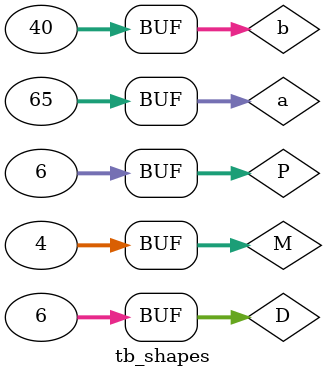
<source format=sv>
module tb_shapes#(parameter N=32);
	
	logic [N-1:0] a;
	logic [N-1:0] b;
	logic [N-1:0] M, P, D; 
	
	logic [N-1:0] res_mul;
	logic [N-1:0] res_div;
	logic [N-1:0] res_pot;
	logic [N-1:0] res_cap;
	logic [N-1:0] res_ab2;
	logic [N-1:0] res_dxy;
	logic [N-1:0] res_cad;
	logic [N-1:0] res_cd2;
	logic [N-1:0] res_cd3;
	logic [N-1:0] res_cam;
	logic [1:0]   res_alt;
	
	mul #(N) mul( a, b, res_mul);
	div #(N) div( a, b, res_div);
	pot #(N) pot( a, b, res_pot);
	cap #(N) cap( a, M, P, res_cap);
	ab2 #(N) ab2( a, b, res_ab2);
	dxy #(N) dxy( a, b, res_dxy);
	cad #(N) cad( a, res_cad);
	cd2 #(N) cd2( D, a , res_cd2);
	cd3 #(N) cd3( D, a , b, res_cd3);
	cam #(N) cam( a, b, M, res_cam);
   alt #(N) alt( a, b, res_alt);
	
	// initialize test 	
	initial 
		begin  
			# 10;
			a	<= 32'b11111111111111111111111111111100;//a	<= 32'b0000010;
			b	<= 32'b0000100;
			M	<= 32'b0000100;
			P	<= 32'b0000010;
			D	<= 32'b0000010;
			# 10;
			a	<= 32'b1000001;
			b	<= 32'b0101000;
			M	<= 32'b0000100;
			P	<= 32'b0000110;
			D	<= 32'b0000110;
			# 10;
			a	<= 32'b0001001;
			b	<= 32'b0100010;
			M	<= 32'b0000001;
			P	<= 32'b0010010;
			D	<= 32'b0001010;
			# 10;
			a	<= 32'b0001101;
			b	<= 32'b0100001;
			M	<= 32'b0001100;
			P	<= 32'b0000111;
			D	<= 32'b0010011;
			# 10;
			a	<= 32'b0000101;
			b	<= 32'b0101001;
			M	<= 32'b0000100;
			P	<= 32'b0000011;
			D	<= 32'b0100111;
			# 10;
			a	<= 32'b0100101;
			b	<= 32'b0001001;
			M	<= 32'b0010100;
			P	<= 32'b0010011;
			D	<= 32'b0100011;
			# 10;
			a	<= 32'b1000001;
			b	<= 32'b0101000;
			M	<= 32'b0000100;
			P	<= 32'b0000110;
			D	<= 32'b0000110;
	end

endmodule 
</source>
